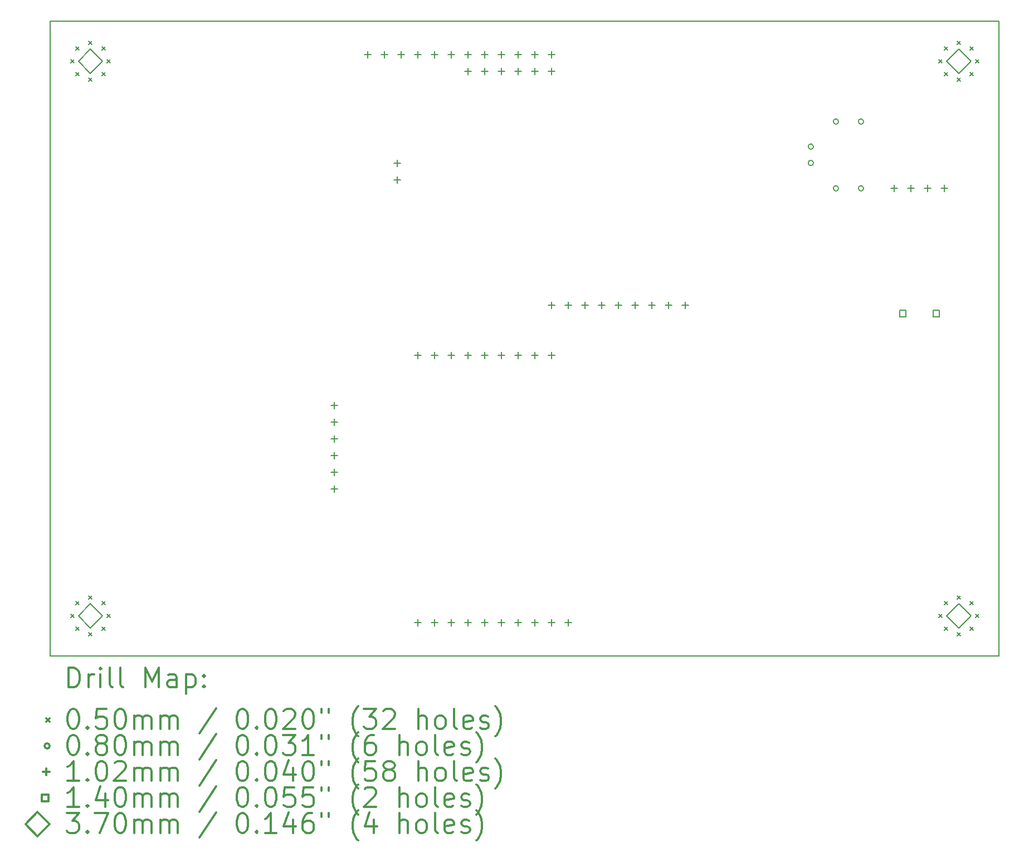
<source format=gbr>
%FSLAX45Y45*%
G04 Gerber Fmt 4.5, Leading zero omitted, Abs format (unit mm)*
G04 Created by KiCad (PCBNEW (5.1.9-0-10_14)) date 2021-05-11 11:11:07*
%MOMM*%
%LPD*%
G01*
G04 APERTURE LIST*
%TA.AperFunction,Profile*%
%ADD10C,0.200000*%
%TD*%
%ADD11C,0.200000*%
%ADD12C,0.300000*%
G04 APERTURE END LIST*
D10*
X20894040Y-4318000D02*
X20894040Y-13970000D01*
X6477000Y-13970000D02*
X6477000Y-4318000D01*
X6477000Y-4318000D02*
X20894040Y-4318000D01*
X20894040Y-13970000D02*
X6477000Y-13970000D01*
D11*
X6784100Y-4902600D02*
X6834100Y-4952600D01*
X6834100Y-4902600D02*
X6784100Y-4952600D01*
X6784100Y-13335400D02*
X6834100Y-13385400D01*
X6834100Y-13335400D02*
X6784100Y-13385400D01*
X6865378Y-4706378D02*
X6915378Y-4756378D01*
X6915378Y-4706378D02*
X6865378Y-4756378D01*
X6865378Y-5098822D02*
X6915378Y-5148822D01*
X6915378Y-5098822D02*
X6865378Y-5148822D01*
X6865378Y-13139178D02*
X6915378Y-13189178D01*
X6915378Y-13139178D02*
X6865378Y-13189178D01*
X6865378Y-13531622D02*
X6915378Y-13581622D01*
X6915378Y-13531622D02*
X6865378Y-13581622D01*
X7061600Y-4625100D02*
X7111600Y-4675100D01*
X7111600Y-4625100D02*
X7061600Y-4675100D01*
X7061600Y-5180100D02*
X7111600Y-5230100D01*
X7111600Y-5180100D02*
X7061600Y-5230100D01*
X7061600Y-13057900D02*
X7111600Y-13107900D01*
X7111600Y-13057900D02*
X7061600Y-13107900D01*
X7061600Y-13612900D02*
X7111600Y-13662900D01*
X7111600Y-13612900D02*
X7061600Y-13662900D01*
X7257822Y-4706378D02*
X7307822Y-4756378D01*
X7307822Y-4706378D02*
X7257822Y-4756378D01*
X7257822Y-5098822D02*
X7307822Y-5148822D01*
X7307822Y-5098822D02*
X7257822Y-5148822D01*
X7257822Y-13139178D02*
X7307822Y-13189178D01*
X7307822Y-13139178D02*
X7257822Y-13189178D01*
X7257822Y-13531622D02*
X7307822Y-13581622D01*
X7307822Y-13531622D02*
X7257822Y-13581622D01*
X7339100Y-4902600D02*
X7389100Y-4952600D01*
X7389100Y-4902600D02*
X7339100Y-4952600D01*
X7339100Y-13335400D02*
X7389100Y-13385400D01*
X7389100Y-13335400D02*
X7339100Y-13385400D01*
X19981940Y-4902600D02*
X20031940Y-4952600D01*
X20031940Y-4902600D02*
X19981940Y-4952600D01*
X19981940Y-13335400D02*
X20031940Y-13385400D01*
X20031940Y-13335400D02*
X19981940Y-13385400D01*
X20063218Y-4706378D02*
X20113218Y-4756378D01*
X20113218Y-4706378D02*
X20063218Y-4756378D01*
X20063218Y-5098822D02*
X20113218Y-5148822D01*
X20113218Y-5098822D02*
X20063218Y-5148822D01*
X20063218Y-13139178D02*
X20113218Y-13189178D01*
X20113218Y-13139178D02*
X20063218Y-13189178D01*
X20063218Y-13531622D02*
X20113218Y-13581622D01*
X20113218Y-13531622D02*
X20063218Y-13581622D01*
X20259440Y-4625100D02*
X20309440Y-4675100D01*
X20309440Y-4625100D02*
X20259440Y-4675100D01*
X20259440Y-5180100D02*
X20309440Y-5230100D01*
X20309440Y-5180100D02*
X20259440Y-5230100D01*
X20259440Y-13057900D02*
X20309440Y-13107900D01*
X20309440Y-13057900D02*
X20259440Y-13107900D01*
X20259440Y-13612900D02*
X20309440Y-13662900D01*
X20309440Y-13612900D02*
X20259440Y-13662900D01*
X20455662Y-4706378D02*
X20505662Y-4756378D01*
X20505662Y-4706378D02*
X20455662Y-4756378D01*
X20455662Y-5098822D02*
X20505662Y-5148822D01*
X20505662Y-5098822D02*
X20455662Y-5148822D01*
X20455662Y-13139178D02*
X20505662Y-13189178D01*
X20505662Y-13139178D02*
X20455662Y-13189178D01*
X20455662Y-13531622D02*
X20505662Y-13581622D01*
X20505662Y-13531622D02*
X20455662Y-13581622D01*
X20536940Y-4902600D02*
X20586940Y-4952600D01*
X20586940Y-4902600D02*
X20536940Y-4952600D01*
X20536940Y-13335400D02*
X20586940Y-13385400D01*
X20586940Y-13335400D02*
X20536940Y-13385400D01*
X18074000Y-6223000D02*
G75*
G03*
X18074000Y-6223000I-40000J0D01*
G01*
X18074000Y-6473000D02*
G75*
G03*
X18074000Y-6473000I-40000J0D01*
G01*
X18455000Y-5842000D02*
G75*
G03*
X18455000Y-5842000I-40000J0D01*
G01*
X18455000Y-6858000D02*
G75*
G03*
X18455000Y-6858000I-40000J0D01*
G01*
X18836000Y-5842000D02*
G75*
G03*
X18836000Y-5842000I-40000J0D01*
G01*
X18836000Y-6858000D02*
G75*
G03*
X18836000Y-6858000I-40000J0D01*
G01*
X10795000Y-10109200D02*
X10795000Y-10210800D01*
X10744200Y-10160000D02*
X10845800Y-10160000D01*
X10795000Y-10363200D02*
X10795000Y-10464800D01*
X10744200Y-10414000D02*
X10845800Y-10414000D01*
X10795000Y-10617200D02*
X10795000Y-10718800D01*
X10744200Y-10668000D02*
X10845800Y-10668000D01*
X10795000Y-10871200D02*
X10795000Y-10972800D01*
X10744200Y-10922000D02*
X10845800Y-10922000D01*
X10795000Y-11125200D02*
X10795000Y-11226800D01*
X10744200Y-11176000D02*
X10845800Y-11176000D01*
X10795000Y-11379200D02*
X10795000Y-11480800D01*
X10744200Y-11430000D02*
X10845800Y-11430000D01*
X11303000Y-4775200D02*
X11303000Y-4876800D01*
X11252200Y-4826000D02*
X11353800Y-4826000D01*
X11557000Y-4775200D02*
X11557000Y-4876800D01*
X11506200Y-4826000D02*
X11607800Y-4826000D01*
X11747500Y-6426200D02*
X11747500Y-6527800D01*
X11696700Y-6477000D02*
X11798300Y-6477000D01*
X11747500Y-6680200D02*
X11747500Y-6781800D01*
X11696700Y-6731000D02*
X11798300Y-6731000D01*
X11811000Y-4775200D02*
X11811000Y-4876800D01*
X11760200Y-4826000D02*
X11861800Y-4826000D01*
X12065000Y-4775200D02*
X12065000Y-4876800D01*
X12014200Y-4826000D02*
X12115800Y-4826000D01*
X12065000Y-9347200D02*
X12065000Y-9448800D01*
X12014200Y-9398000D02*
X12115800Y-9398000D01*
X12065000Y-13411200D02*
X12065000Y-13512800D01*
X12014200Y-13462000D02*
X12115800Y-13462000D01*
X12319000Y-4775200D02*
X12319000Y-4876800D01*
X12268200Y-4826000D02*
X12369800Y-4826000D01*
X12319000Y-9347200D02*
X12319000Y-9448800D01*
X12268200Y-9398000D02*
X12369800Y-9398000D01*
X12319000Y-13411200D02*
X12319000Y-13512800D01*
X12268200Y-13462000D02*
X12369800Y-13462000D01*
X12573000Y-4775200D02*
X12573000Y-4876800D01*
X12522200Y-4826000D02*
X12623800Y-4826000D01*
X12573000Y-9347200D02*
X12573000Y-9448800D01*
X12522200Y-9398000D02*
X12623800Y-9398000D01*
X12573000Y-13411200D02*
X12573000Y-13512800D01*
X12522200Y-13462000D02*
X12623800Y-13462000D01*
X12827000Y-4775200D02*
X12827000Y-4876800D01*
X12776200Y-4826000D02*
X12877800Y-4826000D01*
X12827000Y-5029200D02*
X12827000Y-5130800D01*
X12776200Y-5080000D02*
X12877800Y-5080000D01*
X12827000Y-9347200D02*
X12827000Y-9448800D01*
X12776200Y-9398000D02*
X12877800Y-9398000D01*
X12827000Y-13411200D02*
X12827000Y-13512800D01*
X12776200Y-13462000D02*
X12877800Y-13462000D01*
X13081000Y-4775200D02*
X13081000Y-4876800D01*
X13030200Y-4826000D02*
X13131800Y-4826000D01*
X13081000Y-5029200D02*
X13081000Y-5130800D01*
X13030200Y-5080000D02*
X13131800Y-5080000D01*
X13081000Y-9347200D02*
X13081000Y-9448800D01*
X13030200Y-9398000D02*
X13131800Y-9398000D01*
X13081000Y-13411200D02*
X13081000Y-13512800D01*
X13030200Y-13462000D02*
X13131800Y-13462000D01*
X13335000Y-4775200D02*
X13335000Y-4876800D01*
X13284200Y-4826000D02*
X13385800Y-4826000D01*
X13335000Y-5029200D02*
X13335000Y-5130800D01*
X13284200Y-5080000D02*
X13385800Y-5080000D01*
X13335000Y-9347200D02*
X13335000Y-9448800D01*
X13284200Y-9398000D02*
X13385800Y-9398000D01*
X13335000Y-13411200D02*
X13335000Y-13512800D01*
X13284200Y-13462000D02*
X13385800Y-13462000D01*
X13589000Y-4775200D02*
X13589000Y-4876800D01*
X13538200Y-4826000D02*
X13639800Y-4826000D01*
X13589000Y-5029200D02*
X13589000Y-5130800D01*
X13538200Y-5080000D02*
X13639800Y-5080000D01*
X13589000Y-9347200D02*
X13589000Y-9448800D01*
X13538200Y-9398000D02*
X13639800Y-9398000D01*
X13589000Y-13411200D02*
X13589000Y-13512800D01*
X13538200Y-13462000D02*
X13639800Y-13462000D01*
X13843000Y-4775200D02*
X13843000Y-4876800D01*
X13792200Y-4826000D02*
X13893800Y-4826000D01*
X13843000Y-5029200D02*
X13843000Y-5130800D01*
X13792200Y-5080000D02*
X13893800Y-5080000D01*
X13843000Y-9347200D02*
X13843000Y-9448800D01*
X13792200Y-9398000D02*
X13893800Y-9398000D01*
X13843000Y-13411200D02*
X13843000Y-13512800D01*
X13792200Y-13462000D02*
X13893800Y-13462000D01*
X14097000Y-4775200D02*
X14097000Y-4876800D01*
X14046200Y-4826000D02*
X14147800Y-4826000D01*
X14097000Y-5029200D02*
X14097000Y-5130800D01*
X14046200Y-5080000D02*
X14147800Y-5080000D01*
X14097000Y-8585200D02*
X14097000Y-8686800D01*
X14046200Y-8636000D02*
X14147800Y-8636000D01*
X14097000Y-9347200D02*
X14097000Y-9448800D01*
X14046200Y-9398000D02*
X14147800Y-9398000D01*
X14097000Y-13411200D02*
X14097000Y-13512800D01*
X14046200Y-13462000D02*
X14147800Y-13462000D01*
X14351000Y-8585200D02*
X14351000Y-8686800D01*
X14300200Y-8636000D02*
X14401800Y-8636000D01*
X14351000Y-13411200D02*
X14351000Y-13512800D01*
X14300200Y-13462000D02*
X14401800Y-13462000D01*
X14605000Y-8585200D02*
X14605000Y-8686800D01*
X14554200Y-8636000D02*
X14655800Y-8636000D01*
X14859000Y-8585200D02*
X14859000Y-8686800D01*
X14808200Y-8636000D02*
X14909800Y-8636000D01*
X15113000Y-8585200D02*
X15113000Y-8686800D01*
X15062200Y-8636000D02*
X15163800Y-8636000D01*
X15367000Y-8585200D02*
X15367000Y-8686800D01*
X15316200Y-8636000D02*
X15417800Y-8636000D01*
X15621000Y-8585200D02*
X15621000Y-8686800D01*
X15570200Y-8636000D02*
X15671800Y-8636000D01*
X15875000Y-8585200D02*
X15875000Y-8686800D01*
X15824200Y-8636000D02*
X15925800Y-8636000D01*
X16129000Y-8585200D02*
X16129000Y-8686800D01*
X16078200Y-8636000D02*
X16179800Y-8636000D01*
X19304000Y-6807200D02*
X19304000Y-6908800D01*
X19253200Y-6858000D02*
X19354800Y-6858000D01*
X19558000Y-6807200D02*
X19558000Y-6908800D01*
X19507200Y-6858000D02*
X19608800Y-6858000D01*
X19812000Y-6807200D02*
X19812000Y-6908800D01*
X19761200Y-6858000D02*
X19862800Y-6858000D01*
X20066000Y-6807200D02*
X20066000Y-6908800D01*
X20015200Y-6858000D02*
X20116800Y-6858000D01*
X19480498Y-8812498D02*
X19480498Y-8713502D01*
X19381502Y-8713502D01*
X19381502Y-8812498D01*
X19480498Y-8812498D01*
X19988498Y-8812498D02*
X19988498Y-8713502D01*
X19889502Y-8713502D01*
X19889502Y-8812498D01*
X19988498Y-8812498D01*
X7086600Y-5112600D02*
X7271600Y-4927600D01*
X7086600Y-4742600D01*
X6901600Y-4927600D01*
X7086600Y-5112600D01*
X7086600Y-13545400D02*
X7271600Y-13360400D01*
X7086600Y-13175400D01*
X6901600Y-13360400D01*
X7086600Y-13545400D01*
X20284440Y-5112600D02*
X20469440Y-4927600D01*
X20284440Y-4742600D01*
X20099440Y-4927600D01*
X20284440Y-5112600D01*
X20284440Y-13545400D02*
X20469440Y-13360400D01*
X20284440Y-13175400D01*
X20099440Y-13360400D01*
X20284440Y-13545400D01*
D12*
X6753428Y-14445714D02*
X6753428Y-14145714D01*
X6824857Y-14145714D01*
X6867714Y-14160000D01*
X6896286Y-14188571D01*
X6910571Y-14217143D01*
X6924857Y-14274286D01*
X6924857Y-14317143D01*
X6910571Y-14374286D01*
X6896286Y-14402857D01*
X6867714Y-14431429D01*
X6824857Y-14445714D01*
X6753428Y-14445714D01*
X7053428Y-14445714D02*
X7053428Y-14245714D01*
X7053428Y-14302857D02*
X7067714Y-14274286D01*
X7082000Y-14260000D01*
X7110571Y-14245714D01*
X7139143Y-14245714D01*
X7239143Y-14445714D02*
X7239143Y-14245714D01*
X7239143Y-14145714D02*
X7224857Y-14160000D01*
X7239143Y-14174286D01*
X7253428Y-14160000D01*
X7239143Y-14145714D01*
X7239143Y-14174286D01*
X7424857Y-14445714D02*
X7396286Y-14431429D01*
X7382000Y-14402857D01*
X7382000Y-14145714D01*
X7582000Y-14445714D02*
X7553428Y-14431429D01*
X7539143Y-14402857D01*
X7539143Y-14145714D01*
X7924857Y-14445714D02*
X7924857Y-14145714D01*
X8024857Y-14360000D01*
X8124857Y-14145714D01*
X8124857Y-14445714D01*
X8396286Y-14445714D02*
X8396286Y-14288571D01*
X8382000Y-14260000D01*
X8353428Y-14245714D01*
X8296286Y-14245714D01*
X8267714Y-14260000D01*
X8396286Y-14431429D02*
X8367714Y-14445714D01*
X8296286Y-14445714D01*
X8267714Y-14431429D01*
X8253428Y-14402857D01*
X8253428Y-14374286D01*
X8267714Y-14345714D01*
X8296286Y-14331429D01*
X8367714Y-14331429D01*
X8396286Y-14317143D01*
X8539143Y-14245714D02*
X8539143Y-14545714D01*
X8539143Y-14260000D02*
X8567714Y-14245714D01*
X8624857Y-14245714D01*
X8653428Y-14260000D01*
X8667714Y-14274286D01*
X8682000Y-14302857D01*
X8682000Y-14388571D01*
X8667714Y-14417143D01*
X8653428Y-14431429D01*
X8624857Y-14445714D01*
X8567714Y-14445714D01*
X8539143Y-14431429D01*
X8810571Y-14417143D02*
X8824857Y-14431429D01*
X8810571Y-14445714D01*
X8796286Y-14431429D01*
X8810571Y-14417143D01*
X8810571Y-14445714D01*
X8810571Y-14260000D02*
X8824857Y-14274286D01*
X8810571Y-14288571D01*
X8796286Y-14274286D01*
X8810571Y-14260000D01*
X8810571Y-14288571D01*
X6417000Y-14915000D02*
X6467000Y-14965000D01*
X6467000Y-14915000D02*
X6417000Y-14965000D01*
X6810571Y-14775714D02*
X6839143Y-14775714D01*
X6867714Y-14790000D01*
X6882000Y-14804286D01*
X6896286Y-14832857D01*
X6910571Y-14890000D01*
X6910571Y-14961429D01*
X6896286Y-15018571D01*
X6882000Y-15047143D01*
X6867714Y-15061429D01*
X6839143Y-15075714D01*
X6810571Y-15075714D01*
X6782000Y-15061429D01*
X6767714Y-15047143D01*
X6753428Y-15018571D01*
X6739143Y-14961429D01*
X6739143Y-14890000D01*
X6753428Y-14832857D01*
X6767714Y-14804286D01*
X6782000Y-14790000D01*
X6810571Y-14775714D01*
X7039143Y-15047143D02*
X7053428Y-15061429D01*
X7039143Y-15075714D01*
X7024857Y-15061429D01*
X7039143Y-15047143D01*
X7039143Y-15075714D01*
X7324857Y-14775714D02*
X7182000Y-14775714D01*
X7167714Y-14918571D01*
X7182000Y-14904286D01*
X7210571Y-14890000D01*
X7282000Y-14890000D01*
X7310571Y-14904286D01*
X7324857Y-14918571D01*
X7339143Y-14947143D01*
X7339143Y-15018571D01*
X7324857Y-15047143D01*
X7310571Y-15061429D01*
X7282000Y-15075714D01*
X7210571Y-15075714D01*
X7182000Y-15061429D01*
X7167714Y-15047143D01*
X7524857Y-14775714D02*
X7553428Y-14775714D01*
X7582000Y-14790000D01*
X7596286Y-14804286D01*
X7610571Y-14832857D01*
X7624857Y-14890000D01*
X7624857Y-14961429D01*
X7610571Y-15018571D01*
X7596286Y-15047143D01*
X7582000Y-15061429D01*
X7553428Y-15075714D01*
X7524857Y-15075714D01*
X7496286Y-15061429D01*
X7482000Y-15047143D01*
X7467714Y-15018571D01*
X7453428Y-14961429D01*
X7453428Y-14890000D01*
X7467714Y-14832857D01*
X7482000Y-14804286D01*
X7496286Y-14790000D01*
X7524857Y-14775714D01*
X7753428Y-15075714D02*
X7753428Y-14875714D01*
X7753428Y-14904286D02*
X7767714Y-14890000D01*
X7796286Y-14875714D01*
X7839143Y-14875714D01*
X7867714Y-14890000D01*
X7882000Y-14918571D01*
X7882000Y-15075714D01*
X7882000Y-14918571D02*
X7896286Y-14890000D01*
X7924857Y-14875714D01*
X7967714Y-14875714D01*
X7996286Y-14890000D01*
X8010571Y-14918571D01*
X8010571Y-15075714D01*
X8153428Y-15075714D02*
X8153428Y-14875714D01*
X8153428Y-14904286D02*
X8167714Y-14890000D01*
X8196286Y-14875714D01*
X8239143Y-14875714D01*
X8267714Y-14890000D01*
X8282000Y-14918571D01*
X8282000Y-15075714D01*
X8282000Y-14918571D02*
X8296286Y-14890000D01*
X8324857Y-14875714D01*
X8367714Y-14875714D01*
X8396286Y-14890000D01*
X8410571Y-14918571D01*
X8410571Y-15075714D01*
X8996286Y-14761429D02*
X8739143Y-15147143D01*
X9382000Y-14775714D02*
X9410571Y-14775714D01*
X9439143Y-14790000D01*
X9453428Y-14804286D01*
X9467714Y-14832857D01*
X9482000Y-14890000D01*
X9482000Y-14961429D01*
X9467714Y-15018571D01*
X9453428Y-15047143D01*
X9439143Y-15061429D01*
X9410571Y-15075714D01*
X9382000Y-15075714D01*
X9353428Y-15061429D01*
X9339143Y-15047143D01*
X9324857Y-15018571D01*
X9310571Y-14961429D01*
X9310571Y-14890000D01*
X9324857Y-14832857D01*
X9339143Y-14804286D01*
X9353428Y-14790000D01*
X9382000Y-14775714D01*
X9610571Y-15047143D02*
X9624857Y-15061429D01*
X9610571Y-15075714D01*
X9596286Y-15061429D01*
X9610571Y-15047143D01*
X9610571Y-15075714D01*
X9810571Y-14775714D02*
X9839143Y-14775714D01*
X9867714Y-14790000D01*
X9882000Y-14804286D01*
X9896286Y-14832857D01*
X9910571Y-14890000D01*
X9910571Y-14961429D01*
X9896286Y-15018571D01*
X9882000Y-15047143D01*
X9867714Y-15061429D01*
X9839143Y-15075714D01*
X9810571Y-15075714D01*
X9782000Y-15061429D01*
X9767714Y-15047143D01*
X9753428Y-15018571D01*
X9739143Y-14961429D01*
X9739143Y-14890000D01*
X9753428Y-14832857D01*
X9767714Y-14804286D01*
X9782000Y-14790000D01*
X9810571Y-14775714D01*
X10024857Y-14804286D02*
X10039143Y-14790000D01*
X10067714Y-14775714D01*
X10139143Y-14775714D01*
X10167714Y-14790000D01*
X10182000Y-14804286D01*
X10196286Y-14832857D01*
X10196286Y-14861429D01*
X10182000Y-14904286D01*
X10010571Y-15075714D01*
X10196286Y-15075714D01*
X10382000Y-14775714D02*
X10410571Y-14775714D01*
X10439143Y-14790000D01*
X10453428Y-14804286D01*
X10467714Y-14832857D01*
X10482000Y-14890000D01*
X10482000Y-14961429D01*
X10467714Y-15018571D01*
X10453428Y-15047143D01*
X10439143Y-15061429D01*
X10410571Y-15075714D01*
X10382000Y-15075714D01*
X10353428Y-15061429D01*
X10339143Y-15047143D01*
X10324857Y-15018571D01*
X10310571Y-14961429D01*
X10310571Y-14890000D01*
X10324857Y-14832857D01*
X10339143Y-14804286D01*
X10353428Y-14790000D01*
X10382000Y-14775714D01*
X10596286Y-14775714D02*
X10596286Y-14832857D01*
X10710571Y-14775714D02*
X10710571Y-14832857D01*
X11153428Y-15190000D02*
X11139143Y-15175714D01*
X11110571Y-15132857D01*
X11096286Y-15104286D01*
X11082000Y-15061429D01*
X11067714Y-14990000D01*
X11067714Y-14932857D01*
X11082000Y-14861429D01*
X11096286Y-14818571D01*
X11110571Y-14790000D01*
X11139143Y-14747143D01*
X11153428Y-14732857D01*
X11239143Y-14775714D02*
X11424857Y-14775714D01*
X11324857Y-14890000D01*
X11367714Y-14890000D01*
X11396286Y-14904286D01*
X11410571Y-14918571D01*
X11424857Y-14947143D01*
X11424857Y-15018571D01*
X11410571Y-15047143D01*
X11396286Y-15061429D01*
X11367714Y-15075714D01*
X11282000Y-15075714D01*
X11253428Y-15061429D01*
X11239143Y-15047143D01*
X11539143Y-14804286D02*
X11553428Y-14790000D01*
X11582000Y-14775714D01*
X11653428Y-14775714D01*
X11682000Y-14790000D01*
X11696286Y-14804286D01*
X11710571Y-14832857D01*
X11710571Y-14861429D01*
X11696286Y-14904286D01*
X11524857Y-15075714D01*
X11710571Y-15075714D01*
X12067714Y-15075714D02*
X12067714Y-14775714D01*
X12196286Y-15075714D02*
X12196286Y-14918571D01*
X12182000Y-14890000D01*
X12153428Y-14875714D01*
X12110571Y-14875714D01*
X12082000Y-14890000D01*
X12067714Y-14904286D01*
X12382000Y-15075714D02*
X12353428Y-15061429D01*
X12339143Y-15047143D01*
X12324857Y-15018571D01*
X12324857Y-14932857D01*
X12339143Y-14904286D01*
X12353428Y-14890000D01*
X12382000Y-14875714D01*
X12424857Y-14875714D01*
X12453428Y-14890000D01*
X12467714Y-14904286D01*
X12482000Y-14932857D01*
X12482000Y-15018571D01*
X12467714Y-15047143D01*
X12453428Y-15061429D01*
X12424857Y-15075714D01*
X12382000Y-15075714D01*
X12653428Y-15075714D02*
X12624857Y-15061429D01*
X12610571Y-15032857D01*
X12610571Y-14775714D01*
X12882000Y-15061429D02*
X12853428Y-15075714D01*
X12796286Y-15075714D01*
X12767714Y-15061429D01*
X12753428Y-15032857D01*
X12753428Y-14918571D01*
X12767714Y-14890000D01*
X12796286Y-14875714D01*
X12853428Y-14875714D01*
X12882000Y-14890000D01*
X12896286Y-14918571D01*
X12896286Y-14947143D01*
X12753428Y-14975714D01*
X13010571Y-15061429D02*
X13039143Y-15075714D01*
X13096286Y-15075714D01*
X13124857Y-15061429D01*
X13139143Y-15032857D01*
X13139143Y-15018571D01*
X13124857Y-14990000D01*
X13096286Y-14975714D01*
X13053428Y-14975714D01*
X13024857Y-14961429D01*
X13010571Y-14932857D01*
X13010571Y-14918571D01*
X13024857Y-14890000D01*
X13053428Y-14875714D01*
X13096286Y-14875714D01*
X13124857Y-14890000D01*
X13239143Y-15190000D02*
X13253428Y-15175714D01*
X13282000Y-15132857D01*
X13296286Y-15104286D01*
X13310571Y-15061429D01*
X13324857Y-14990000D01*
X13324857Y-14932857D01*
X13310571Y-14861429D01*
X13296286Y-14818571D01*
X13282000Y-14790000D01*
X13253428Y-14747143D01*
X13239143Y-14732857D01*
X6467000Y-15336000D02*
G75*
G03*
X6467000Y-15336000I-40000J0D01*
G01*
X6810571Y-15171714D02*
X6839143Y-15171714D01*
X6867714Y-15186000D01*
X6882000Y-15200286D01*
X6896286Y-15228857D01*
X6910571Y-15286000D01*
X6910571Y-15357429D01*
X6896286Y-15414571D01*
X6882000Y-15443143D01*
X6867714Y-15457429D01*
X6839143Y-15471714D01*
X6810571Y-15471714D01*
X6782000Y-15457429D01*
X6767714Y-15443143D01*
X6753428Y-15414571D01*
X6739143Y-15357429D01*
X6739143Y-15286000D01*
X6753428Y-15228857D01*
X6767714Y-15200286D01*
X6782000Y-15186000D01*
X6810571Y-15171714D01*
X7039143Y-15443143D02*
X7053428Y-15457429D01*
X7039143Y-15471714D01*
X7024857Y-15457429D01*
X7039143Y-15443143D01*
X7039143Y-15471714D01*
X7224857Y-15300286D02*
X7196286Y-15286000D01*
X7182000Y-15271714D01*
X7167714Y-15243143D01*
X7167714Y-15228857D01*
X7182000Y-15200286D01*
X7196286Y-15186000D01*
X7224857Y-15171714D01*
X7282000Y-15171714D01*
X7310571Y-15186000D01*
X7324857Y-15200286D01*
X7339143Y-15228857D01*
X7339143Y-15243143D01*
X7324857Y-15271714D01*
X7310571Y-15286000D01*
X7282000Y-15300286D01*
X7224857Y-15300286D01*
X7196286Y-15314571D01*
X7182000Y-15328857D01*
X7167714Y-15357429D01*
X7167714Y-15414571D01*
X7182000Y-15443143D01*
X7196286Y-15457429D01*
X7224857Y-15471714D01*
X7282000Y-15471714D01*
X7310571Y-15457429D01*
X7324857Y-15443143D01*
X7339143Y-15414571D01*
X7339143Y-15357429D01*
X7324857Y-15328857D01*
X7310571Y-15314571D01*
X7282000Y-15300286D01*
X7524857Y-15171714D02*
X7553428Y-15171714D01*
X7582000Y-15186000D01*
X7596286Y-15200286D01*
X7610571Y-15228857D01*
X7624857Y-15286000D01*
X7624857Y-15357429D01*
X7610571Y-15414571D01*
X7596286Y-15443143D01*
X7582000Y-15457429D01*
X7553428Y-15471714D01*
X7524857Y-15471714D01*
X7496286Y-15457429D01*
X7482000Y-15443143D01*
X7467714Y-15414571D01*
X7453428Y-15357429D01*
X7453428Y-15286000D01*
X7467714Y-15228857D01*
X7482000Y-15200286D01*
X7496286Y-15186000D01*
X7524857Y-15171714D01*
X7753428Y-15471714D02*
X7753428Y-15271714D01*
X7753428Y-15300286D02*
X7767714Y-15286000D01*
X7796286Y-15271714D01*
X7839143Y-15271714D01*
X7867714Y-15286000D01*
X7882000Y-15314571D01*
X7882000Y-15471714D01*
X7882000Y-15314571D02*
X7896286Y-15286000D01*
X7924857Y-15271714D01*
X7967714Y-15271714D01*
X7996286Y-15286000D01*
X8010571Y-15314571D01*
X8010571Y-15471714D01*
X8153428Y-15471714D02*
X8153428Y-15271714D01*
X8153428Y-15300286D02*
X8167714Y-15286000D01*
X8196286Y-15271714D01*
X8239143Y-15271714D01*
X8267714Y-15286000D01*
X8282000Y-15314571D01*
X8282000Y-15471714D01*
X8282000Y-15314571D02*
X8296286Y-15286000D01*
X8324857Y-15271714D01*
X8367714Y-15271714D01*
X8396286Y-15286000D01*
X8410571Y-15314571D01*
X8410571Y-15471714D01*
X8996286Y-15157429D02*
X8739143Y-15543143D01*
X9382000Y-15171714D02*
X9410571Y-15171714D01*
X9439143Y-15186000D01*
X9453428Y-15200286D01*
X9467714Y-15228857D01*
X9482000Y-15286000D01*
X9482000Y-15357429D01*
X9467714Y-15414571D01*
X9453428Y-15443143D01*
X9439143Y-15457429D01*
X9410571Y-15471714D01*
X9382000Y-15471714D01*
X9353428Y-15457429D01*
X9339143Y-15443143D01*
X9324857Y-15414571D01*
X9310571Y-15357429D01*
X9310571Y-15286000D01*
X9324857Y-15228857D01*
X9339143Y-15200286D01*
X9353428Y-15186000D01*
X9382000Y-15171714D01*
X9610571Y-15443143D02*
X9624857Y-15457429D01*
X9610571Y-15471714D01*
X9596286Y-15457429D01*
X9610571Y-15443143D01*
X9610571Y-15471714D01*
X9810571Y-15171714D02*
X9839143Y-15171714D01*
X9867714Y-15186000D01*
X9882000Y-15200286D01*
X9896286Y-15228857D01*
X9910571Y-15286000D01*
X9910571Y-15357429D01*
X9896286Y-15414571D01*
X9882000Y-15443143D01*
X9867714Y-15457429D01*
X9839143Y-15471714D01*
X9810571Y-15471714D01*
X9782000Y-15457429D01*
X9767714Y-15443143D01*
X9753428Y-15414571D01*
X9739143Y-15357429D01*
X9739143Y-15286000D01*
X9753428Y-15228857D01*
X9767714Y-15200286D01*
X9782000Y-15186000D01*
X9810571Y-15171714D01*
X10010571Y-15171714D02*
X10196286Y-15171714D01*
X10096286Y-15286000D01*
X10139143Y-15286000D01*
X10167714Y-15300286D01*
X10182000Y-15314571D01*
X10196286Y-15343143D01*
X10196286Y-15414571D01*
X10182000Y-15443143D01*
X10167714Y-15457429D01*
X10139143Y-15471714D01*
X10053428Y-15471714D01*
X10024857Y-15457429D01*
X10010571Y-15443143D01*
X10482000Y-15471714D02*
X10310571Y-15471714D01*
X10396286Y-15471714D02*
X10396286Y-15171714D01*
X10367714Y-15214571D01*
X10339143Y-15243143D01*
X10310571Y-15257429D01*
X10596286Y-15171714D02*
X10596286Y-15228857D01*
X10710571Y-15171714D02*
X10710571Y-15228857D01*
X11153428Y-15586000D02*
X11139143Y-15571714D01*
X11110571Y-15528857D01*
X11096286Y-15500286D01*
X11082000Y-15457429D01*
X11067714Y-15386000D01*
X11067714Y-15328857D01*
X11082000Y-15257429D01*
X11096286Y-15214571D01*
X11110571Y-15186000D01*
X11139143Y-15143143D01*
X11153428Y-15128857D01*
X11396286Y-15171714D02*
X11339143Y-15171714D01*
X11310571Y-15186000D01*
X11296286Y-15200286D01*
X11267714Y-15243143D01*
X11253428Y-15300286D01*
X11253428Y-15414571D01*
X11267714Y-15443143D01*
X11282000Y-15457429D01*
X11310571Y-15471714D01*
X11367714Y-15471714D01*
X11396286Y-15457429D01*
X11410571Y-15443143D01*
X11424857Y-15414571D01*
X11424857Y-15343143D01*
X11410571Y-15314571D01*
X11396286Y-15300286D01*
X11367714Y-15286000D01*
X11310571Y-15286000D01*
X11282000Y-15300286D01*
X11267714Y-15314571D01*
X11253428Y-15343143D01*
X11782000Y-15471714D02*
X11782000Y-15171714D01*
X11910571Y-15471714D02*
X11910571Y-15314571D01*
X11896286Y-15286000D01*
X11867714Y-15271714D01*
X11824857Y-15271714D01*
X11796286Y-15286000D01*
X11782000Y-15300286D01*
X12096286Y-15471714D02*
X12067714Y-15457429D01*
X12053428Y-15443143D01*
X12039143Y-15414571D01*
X12039143Y-15328857D01*
X12053428Y-15300286D01*
X12067714Y-15286000D01*
X12096286Y-15271714D01*
X12139143Y-15271714D01*
X12167714Y-15286000D01*
X12182000Y-15300286D01*
X12196286Y-15328857D01*
X12196286Y-15414571D01*
X12182000Y-15443143D01*
X12167714Y-15457429D01*
X12139143Y-15471714D01*
X12096286Y-15471714D01*
X12367714Y-15471714D02*
X12339143Y-15457429D01*
X12324857Y-15428857D01*
X12324857Y-15171714D01*
X12596286Y-15457429D02*
X12567714Y-15471714D01*
X12510571Y-15471714D01*
X12482000Y-15457429D01*
X12467714Y-15428857D01*
X12467714Y-15314571D01*
X12482000Y-15286000D01*
X12510571Y-15271714D01*
X12567714Y-15271714D01*
X12596286Y-15286000D01*
X12610571Y-15314571D01*
X12610571Y-15343143D01*
X12467714Y-15371714D01*
X12724857Y-15457429D02*
X12753428Y-15471714D01*
X12810571Y-15471714D01*
X12839143Y-15457429D01*
X12853428Y-15428857D01*
X12853428Y-15414571D01*
X12839143Y-15386000D01*
X12810571Y-15371714D01*
X12767714Y-15371714D01*
X12739143Y-15357429D01*
X12724857Y-15328857D01*
X12724857Y-15314571D01*
X12739143Y-15286000D01*
X12767714Y-15271714D01*
X12810571Y-15271714D01*
X12839143Y-15286000D01*
X12953428Y-15586000D02*
X12967714Y-15571714D01*
X12996286Y-15528857D01*
X13010571Y-15500286D01*
X13024857Y-15457429D01*
X13039143Y-15386000D01*
X13039143Y-15328857D01*
X13024857Y-15257429D01*
X13010571Y-15214571D01*
X12996286Y-15186000D01*
X12967714Y-15143143D01*
X12953428Y-15128857D01*
X6416200Y-15681200D02*
X6416200Y-15782800D01*
X6365400Y-15732000D02*
X6467000Y-15732000D01*
X6910571Y-15867714D02*
X6739143Y-15867714D01*
X6824857Y-15867714D02*
X6824857Y-15567714D01*
X6796286Y-15610571D01*
X6767714Y-15639143D01*
X6739143Y-15653429D01*
X7039143Y-15839143D02*
X7053428Y-15853429D01*
X7039143Y-15867714D01*
X7024857Y-15853429D01*
X7039143Y-15839143D01*
X7039143Y-15867714D01*
X7239143Y-15567714D02*
X7267714Y-15567714D01*
X7296286Y-15582000D01*
X7310571Y-15596286D01*
X7324857Y-15624857D01*
X7339143Y-15682000D01*
X7339143Y-15753429D01*
X7324857Y-15810571D01*
X7310571Y-15839143D01*
X7296286Y-15853429D01*
X7267714Y-15867714D01*
X7239143Y-15867714D01*
X7210571Y-15853429D01*
X7196286Y-15839143D01*
X7182000Y-15810571D01*
X7167714Y-15753429D01*
X7167714Y-15682000D01*
X7182000Y-15624857D01*
X7196286Y-15596286D01*
X7210571Y-15582000D01*
X7239143Y-15567714D01*
X7453428Y-15596286D02*
X7467714Y-15582000D01*
X7496286Y-15567714D01*
X7567714Y-15567714D01*
X7596286Y-15582000D01*
X7610571Y-15596286D01*
X7624857Y-15624857D01*
X7624857Y-15653429D01*
X7610571Y-15696286D01*
X7439143Y-15867714D01*
X7624857Y-15867714D01*
X7753428Y-15867714D02*
X7753428Y-15667714D01*
X7753428Y-15696286D02*
X7767714Y-15682000D01*
X7796286Y-15667714D01*
X7839143Y-15667714D01*
X7867714Y-15682000D01*
X7882000Y-15710571D01*
X7882000Y-15867714D01*
X7882000Y-15710571D02*
X7896286Y-15682000D01*
X7924857Y-15667714D01*
X7967714Y-15667714D01*
X7996286Y-15682000D01*
X8010571Y-15710571D01*
X8010571Y-15867714D01*
X8153428Y-15867714D02*
X8153428Y-15667714D01*
X8153428Y-15696286D02*
X8167714Y-15682000D01*
X8196286Y-15667714D01*
X8239143Y-15667714D01*
X8267714Y-15682000D01*
X8282000Y-15710571D01*
X8282000Y-15867714D01*
X8282000Y-15710571D02*
X8296286Y-15682000D01*
X8324857Y-15667714D01*
X8367714Y-15667714D01*
X8396286Y-15682000D01*
X8410571Y-15710571D01*
X8410571Y-15867714D01*
X8996286Y-15553429D02*
X8739143Y-15939143D01*
X9382000Y-15567714D02*
X9410571Y-15567714D01*
X9439143Y-15582000D01*
X9453428Y-15596286D01*
X9467714Y-15624857D01*
X9482000Y-15682000D01*
X9482000Y-15753429D01*
X9467714Y-15810571D01*
X9453428Y-15839143D01*
X9439143Y-15853429D01*
X9410571Y-15867714D01*
X9382000Y-15867714D01*
X9353428Y-15853429D01*
X9339143Y-15839143D01*
X9324857Y-15810571D01*
X9310571Y-15753429D01*
X9310571Y-15682000D01*
X9324857Y-15624857D01*
X9339143Y-15596286D01*
X9353428Y-15582000D01*
X9382000Y-15567714D01*
X9610571Y-15839143D02*
X9624857Y-15853429D01*
X9610571Y-15867714D01*
X9596286Y-15853429D01*
X9610571Y-15839143D01*
X9610571Y-15867714D01*
X9810571Y-15567714D02*
X9839143Y-15567714D01*
X9867714Y-15582000D01*
X9882000Y-15596286D01*
X9896286Y-15624857D01*
X9910571Y-15682000D01*
X9910571Y-15753429D01*
X9896286Y-15810571D01*
X9882000Y-15839143D01*
X9867714Y-15853429D01*
X9839143Y-15867714D01*
X9810571Y-15867714D01*
X9782000Y-15853429D01*
X9767714Y-15839143D01*
X9753428Y-15810571D01*
X9739143Y-15753429D01*
X9739143Y-15682000D01*
X9753428Y-15624857D01*
X9767714Y-15596286D01*
X9782000Y-15582000D01*
X9810571Y-15567714D01*
X10167714Y-15667714D02*
X10167714Y-15867714D01*
X10096286Y-15553429D02*
X10024857Y-15767714D01*
X10210571Y-15767714D01*
X10382000Y-15567714D02*
X10410571Y-15567714D01*
X10439143Y-15582000D01*
X10453428Y-15596286D01*
X10467714Y-15624857D01*
X10482000Y-15682000D01*
X10482000Y-15753429D01*
X10467714Y-15810571D01*
X10453428Y-15839143D01*
X10439143Y-15853429D01*
X10410571Y-15867714D01*
X10382000Y-15867714D01*
X10353428Y-15853429D01*
X10339143Y-15839143D01*
X10324857Y-15810571D01*
X10310571Y-15753429D01*
X10310571Y-15682000D01*
X10324857Y-15624857D01*
X10339143Y-15596286D01*
X10353428Y-15582000D01*
X10382000Y-15567714D01*
X10596286Y-15567714D02*
X10596286Y-15624857D01*
X10710571Y-15567714D02*
X10710571Y-15624857D01*
X11153428Y-15982000D02*
X11139143Y-15967714D01*
X11110571Y-15924857D01*
X11096286Y-15896286D01*
X11082000Y-15853429D01*
X11067714Y-15782000D01*
X11067714Y-15724857D01*
X11082000Y-15653429D01*
X11096286Y-15610571D01*
X11110571Y-15582000D01*
X11139143Y-15539143D01*
X11153428Y-15524857D01*
X11410571Y-15567714D02*
X11267714Y-15567714D01*
X11253428Y-15710571D01*
X11267714Y-15696286D01*
X11296286Y-15682000D01*
X11367714Y-15682000D01*
X11396286Y-15696286D01*
X11410571Y-15710571D01*
X11424857Y-15739143D01*
X11424857Y-15810571D01*
X11410571Y-15839143D01*
X11396286Y-15853429D01*
X11367714Y-15867714D01*
X11296286Y-15867714D01*
X11267714Y-15853429D01*
X11253428Y-15839143D01*
X11596286Y-15696286D02*
X11567714Y-15682000D01*
X11553428Y-15667714D01*
X11539143Y-15639143D01*
X11539143Y-15624857D01*
X11553428Y-15596286D01*
X11567714Y-15582000D01*
X11596286Y-15567714D01*
X11653428Y-15567714D01*
X11682000Y-15582000D01*
X11696286Y-15596286D01*
X11710571Y-15624857D01*
X11710571Y-15639143D01*
X11696286Y-15667714D01*
X11682000Y-15682000D01*
X11653428Y-15696286D01*
X11596286Y-15696286D01*
X11567714Y-15710571D01*
X11553428Y-15724857D01*
X11539143Y-15753429D01*
X11539143Y-15810571D01*
X11553428Y-15839143D01*
X11567714Y-15853429D01*
X11596286Y-15867714D01*
X11653428Y-15867714D01*
X11682000Y-15853429D01*
X11696286Y-15839143D01*
X11710571Y-15810571D01*
X11710571Y-15753429D01*
X11696286Y-15724857D01*
X11682000Y-15710571D01*
X11653428Y-15696286D01*
X12067714Y-15867714D02*
X12067714Y-15567714D01*
X12196286Y-15867714D02*
X12196286Y-15710571D01*
X12182000Y-15682000D01*
X12153428Y-15667714D01*
X12110571Y-15667714D01*
X12082000Y-15682000D01*
X12067714Y-15696286D01*
X12382000Y-15867714D02*
X12353428Y-15853429D01*
X12339143Y-15839143D01*
X12324857Y-15810571D01*
X12324857Y-15724857D01*
X12339143Y-15696286D01*
X12353428Y-15682000D01*
X12382000Y-15667714D01*
X12424857Y-15667714D01*
X12453428Y-15682000D01*
X12467714Y-15696286D01*
X12482000Y-15724857D01*
X12482000Y-15810571D01*
X12467714Y-15839143D01*
X12453428Y-15853429D01*
X12424857Y-15867714D01*
X12382000Y-15867714D01*
X12653428Y-15867714D02*
X12624857Y-15853429D01*
X12610571Y-15824857D01*
X12610571Y-15567714D01*
X12882000Y-15853429D02*
X12853428Y-15867714D01*
X12796286Y-15867714D01*
X12767714Y-15853429D01*
X12753428Y-15824857D01*
X12753428Y-15710571D01*
X12767714Y-15682000D01*
X12796286Y-15667714D01*
X12853428Y-15667714D01*
X12882000Y-15682000D01*
X12896286Y-15710571D01*
X12896286Y-15739143D01*
X12753428Y-15767714D01*
X13010571Y-15853429D02*
X13039143Y-15867714D01*
X13096286Y-15867714D01*
X13124857Y-15853429D01*
X13139143Y-15824857D01*
X13139143Y-15810571D01*
X13124857Y-15782000D01*
X13096286Y-15767714D01*
X13053428Y-15767714D01*
X13024857Y-15753429D01*
X13010571Y-15724857D01*
X13010571Y-15710571D01*
X13024857Y-15682000D01*
X13053428Y-15667714D01*
X13096286Y-15667714D01*
X13124857Y-15682000D01*
X13239143Y-15982000D02*
X13253428Y-15967714D01*
X13282000Y-15924857D01*
X13296286Y-15896286D01*
X13310571Y-15853429D01*
X13324857Y-15782000D01*
X13324857Y-15724857D01*
X13310571Y-15653429D01*
X13296286Y-15610571D01*
X13282000Y-15582000D01*
X13253428Y-15539143D01*
X13239143Y-15524857D01*
X6446498Y-16177498D02*
X6446498Y-16078502D01*
X6347502Y-16078502D01*
X6347502Y-16177498D01*
X6446498Y-16177498D01*
X6910571Y-16263714D02*
X6739143Y-16263714D01*
X6824857Y-16263714D02*
X6824857Y-15963714D01*
X6796286Y-16006571D01*
X6767714Y-16035143D01*
X6739143Y-16049429D01*
X7039143Y-16235143D02*
X7053428Y-16249429D01*
X7039143Y-16263714D01*
X7024857Y-16249429D01*
X7039143Y-16235143D01*
X7039143Y-16263714D01*
X7310571Y-16063714D02*
X7310571Y-16263714D01*
X7239143Y-15949429D02*
X7167714Y-16163714D01*
X7353428Y-16163714D01*
X7524857Y-15963714D02*
X7553428Y-15963714D01*
X7582000Y-15978000D01*
X7596286Y-15992286D01*
X7610571Y-16020857D01*
X7624857Y-16078000D01*
X7624857Y-16149429D01*
X7610571Y-16206571D01*
X7596286Y-16235143D01*
X7582000Y-16249429D01*
X7553428Y-16263714D01*
X7524857Y-16263714D01*
X7496286Y-16249429D01*
X7482000Y-16235143D01*
X7467714Y-16206571D01*
X7453428Y-16149429D01*
X7453428Y-16078000D01*
X7467714Y-16020857D01*
X7482000Y-15992286D01*
X7496286Y-15978000D01*
X7524857Y-15963714D01*
X7753428Y-16263714D02*
X7753428Y-16063714D01*
X7753428Y-16092286D02*
X7767714Y-16078000D01*
X7796286Y-16063714D01*
X7839143Y-16063714D01*
X7867714Y-16078000D01*
X7882000Y-16106571D01*
X7882000Y-16263714D01*
X7882000Y-16106571D02*
X7896286Y-16078000D01*
X7924857Y-16063714D01*
X7967714Y-16063714D01*
X7996286Y-16078000D01*
X8010571Y-16106571D01*
X8010571Y-16263714D01*
X8153428Y-16263714D02*
X8153428Y-16063714D01*
X8153428Y-16092286D02*
X8167714Y-16078000D01*
X8196286Y-16063714D01*
X8239143Y-16063714D01*
X8267714Y-16078000D01*
X8282000Y-16106571D01*
X8282000Y-16263714D01*
X8282000Y-16106571D02*
X8296286Y-16078000D01*
X8324857Y-16063714D01*
X8367714Y-16063714D01*
X8396286Y-16078000D01*
X8410571Y-16106571D01*
X8410571Y-16263714D01*
X8996286Y-15949429D02*
X8739143Y-16335143D01*
X9382000Y-15963714D02*
X9410571Y-15963714D01*
X9439143Y-15978000D01*
X9453428Y-15992286D01*
X9467714Y-16020857D01*
X9482000Y-16078000D01*
X9482000Y-16149429D01*
X9467714Y-16206571D01*
X9453428Y-16235143D01*
X9439143Y-16249429D01*
X9410571Y-16263714D01*
X9382000Y-16263714D01*
X9353428Y-16249429D01*
X9339143Y-16235143D01*
X9324857Y-16206571D01*
X9310571Y-16149429D01*
X9310571Y-16078000D01*
X9324857Y-16020857D01*
X9339143Y-15992286D01*
X9353428Y-15978000D01*
X9382000Y-15963714D01*
X9610571Y-16235143D02*
X9624857Y-16249429D01*
X9610571Y-16263714D01*
X9596286Y-16249429D01*
X9610571Y-16235143D01*
X9610571Y-16263714D01*
X9810571Y-15963714D02*
X9839143Y-15963714D01*
X9867714Y-15978000D01*
X9882000Y-15992286D01*
X9896286Y-16020857D01*
X9910571Y-16078000D01*
X9910571Y-16149429D01*
X9896286Y-16206571D01*
X9882000Y-16235143D01*
X9867714Y-16249429D01*
X9839143Y-16263714D01*
X9810571Y-16263714D01*
X9782000Y-16249429D01*
X9767714Y-16235143D01*
X9753428Y-16206571D01*
X9739143Y-16149429D01*
X9739143Y-16078000D01*
X9753428Y-16020857D01*
X9767714Y-15992286D01*
X9782000Y-15978000D01*
X9810571Y-15963714D01*
X10182000Y-15963714D02*
X10039143Y-15963714D01*
X10024857Y-16106571D01*
X10039143Y-16092286D01*
X10067714Y-16078000D01*
X10139143Y-16078000D01*
X10167714Y-16092286D01*
X10182000Y-16106571D01*
X10196286Y-16135143D01*
X10196286Y-16206571D01*
X10182000Y-16235143D01*
X10167714Y-16249429D01*
X10139143Y-16263714D01*
X10067714Y-16263714D01*
X10039143Y-16249429D01*
X10024857Y-16235143D01*
X10467714Y-15963714D02*
X10324857Y-15963714D01*
X10310571Y-16106571D01*
X10324857Y-16092286D01*
X10353428Y-16078000D01*
X10424857Y-16078000D01*
X10453428Y-16092286D01*
X10467714Y-16106571D01*
X10482000Y-16135143D01*
X10482000Y-16206571D01*
X10467714Y-16235143D01*
X10453428Y-16249429D01*
X10424857Y-16263714D01*
X10353428Y-16263714D01*
X10324857Y-16249429D01*
X10310571Y-16235143D01*
X10596286Y-15963714D02*
X10596286Y-16020857D01*
X10710571Y-15963714D02*
X10710571Y-16020857D01*
X11153428Y-16378000D02*
X11139143Y-16363714D01*
X11110571Y-16320857D01*
X11096286Y-16292286D01*
X11082000Y-16249429D01*
X11067714Y-16178000D01*
X11067714Y-16120857D01*
X11082000Y-16049429D01*
X11096286Y-16006571D01*
X11110571Y-15978000D01*
X11139143Y-15935143D01*
X11153428Y-15920857D01*
X11253428Y-15992286D02*
X11267714Y-15978000D01*
X11296286Y-15963714D01*
X11367714Y-15963714D01*
X11396286Y-15978000D01*
X11410571Y-15992286D01*
X11424857Y-16020857D01*
X11424857Y-16049429D01*
X11410571Y-16092286D01*
X11239143Y-16263714D01*
X11424857Y-16263714D01*
X11782000Y-16263714D02*
X11782000Y-15963714D01*
X11910571Y-16263714D02*
X11910571Y-16106571D01*
X11896286Y-16078000D01*
X11867714Y-16063714D01*
X11824857Y-16063714D01*
X11796286Y-16078000D01*
X11782000Y-16092286D01*
X12096286Y-16263714D02*
X12067714Y-16249429D01*
X12053428Y-16235143D01*
X12039143Y-16206571D01*
X12039143Y-16120857D01*
X12053428Y-16092286D01*
X12067714Y-16078000D01*
X12096286Y-16063714D01*
X12139143Y-16063714D01*
X12167714Y-16078000D01*
X12182000Y-16092286D01*
X12196286Y-16120857D01*
X12196286Y-16206571D01*
X12182000Y-16235143D01*
X12167714Y-16249429D01*
X12139143Y-16263714D01*
X12096286Y-16263714D01*
X12367714Y-16263714D02*
X12339143Y-16249429D01*
X12324857Y-16220857D01*
X12324857Y-15963714D01*
X12596286Y-16249429D02*
X12567714Y-16263714D01*
X12510571Y-16263714D01*
X12482000Y-16249429D01*
X12467714Y-16220857D01*
X12467714Y-16106571D01*
X12482000Y-16078000D01*
X12510571Y-16063714D01*
X12567714Y-16063714D01*
X12596286Y-16078000D01*
X12610571Y-16106571D01*
X12610571Y-16135143D01*
X12467714Y-16163714D01*
X12724857Y-16249429D02*
X12753428Y-16263714D01*
X12810571Y-16263714D01*
X12839143Y-16249429D01*
X12853428Y-16220857D01*
X12853428Y-16206571D01*
X12839143Y-16178000D01*
X12810571Y-16163714D01*
X12767714Y-16163714D01*
X12739143Y-16149429D01*
X12724857Y-16120857D01*
X12724857Y-16106571D01*
X12739143Y-16078000D01*
X12767714Y-16063714D01*
X12810571Y-16063714D01*
X12839143Y-16078000D01*
X12953428Y-16378000D02*
X12967714Y-16363714D01*
X12996286Y-16320857D01*
X13010571Y-16292286D01*
X13024857Y-16249429D01*
X13039143Y-16178000D01*
X13039143Y-16120857D01*
X13024857Y-16049429D01*
X13010571Y-16006571D01*
X12996286Y-15978000D01*
X12967714Y-15935143D01*
X12953428Y-15920857D01*
X6282000Y-16709000D02*
X6467000Y-16524000D01*
X6282000Y-16339000D01*
X6097000Y-16524000D01*
X6282000Y-16709000D01*
X6724857Y-16359714D02*
X6910571Y-16359714D01*
X6810571Y-16474000D01*
X6853428Y-16474000D01*
X6882000Y-16488286D01*
X6896286Y-16502571D01*
X6910571Y-16531143D01*
X6910571Y-16602571D01*
X6896286Y-16631143D01*
X6882000Y-16645429D01*
X6853428Y-16659714D01*
X6767714Y-16659714D01*
X6739143Y-16645429D01*
X6724857Y-16631143D01*
X7039143Y-16631143D02*
X7053428Y-16645429D01*
X7039143Y-16659714D01*
X7024857Y-16645429D01*
X7039143Y-16631143D01*
X7039143Y-16659714D01*
X7153428Y-16359714D02*
X7353428Y-16359714D01*
X7224857Y-16659714D01*
X7524857Y-16359714D02*
X7553428Y-16359714D01*
X7582000Y-16374000D01*
X7596286Y-16388286D01*
X7610571Y-16416857D01*
X7624857Y-16474000D01*
X7624857Y-16545429D01*
X7610571Y-16602571D01*
X7596286Y-16631143D01*
X7582000Y-16645429D01*
X7553428Y-16659714D01*
X7524857Y-16659714D01*
X7496286Y-16645429D01*
X7482000Y-16631143D01*
X7467714Y-16602571D01*
X7453428Y-16545429D01*
X7453428Y-16474000D01*
X7467714Y-16416857D01*
X7482000Y-16388286D01*
X7496286Y-16374000D01*
X7524857Y-16359714D01*
X7753428Y-16659714D02*
X7753428Y-16459714D01*
X7753428Y-16488286D02*
X7767714Y-16474000D01*
X7796286Y-16459714D01*
X7839143Y-16459714D01*
X7867714Y-16474000D01*
X7882000Y-16502571D01*
X7882000Y-16659714D01*
X7882000Y-16502571D02*
X7896286Y-16474000D01*
X7924857Y-16459714D01*
X7967714Y-16459714D01*
X7996286Y-16474000D01*
X8010571Y-16502571D01*
X8010571Y-16659714D01*
X8153428Y-16659714D02*
X8153428Y-16459714D01*
X8153428Y-16488286D02*
X8167714Y-16474000D01*
X8196286Y-16459714D01*
X8239143Y-16459714D01*
X8267714Y-16474000D01*
X8282000Y-16502571D01*
X8282000Y-16659714D01*
X8282000Y-16502571D02*
X8296286Y-16474000D01*
X8324857Y-16459714D01*
X8367714Y-16459714D01*
X8396286Y-16474000D01*
X8410571Y-16502571D01*
X8410571Y-16659714D01*
X8996286Y-16345429D02*
X8739143Y-16731143D01*
X9382000Y-16359714D02*
X9410571Y-16359714D01*
X9439143Y-16374000D01*
X9453428Y-16388286D01*
X9467714Y-16416857D01*
X9482000Y-16474000D01*
X9482000Y-16545429D01*
X9467714Y-16602571D01*
X9453428Y-16631143D01*
X9439143Y-16645429D01*
X9410571Y-16659714D01*
X9382000Y-16659714D01*
X9353428Y-16645429D01*
X9339143Y-16631143D01*
X9324857Y-16602571D01*
X9310571Y-16545429D01*
X9310571Y-16474000D01*
X9324857Y-16416857D01*
X9339143Y-16388286D01*
X9353428Y-16374000D01*
X9382000Y-16359714D01*
X9610571Y-16631143D02*
X9624857Y-16645429D01*
X9610571Y-16659714D01*
X9596286Y-16645429D01*
X9610571Y-16631143D01*
X9610571Y-16659714D01*
X9910571Y-16659714D02*
X9739143Y-16659714D01*
X9824857Y-16659714D02*
X9824857Y-16359714D01*
X9796286Y-16402571D01*
X9767714Y-16431143D01*
X9739143Y-16445429D01*
X10167714Y-16459714D02*
X10167714Y-16659714D01*
X10096286Y-16345429D02*
X10024857Y-16559714D01*
X10210571Y-16559714D01*
X10453428Y-16359714D02*
X10396286Y-16359714D01*
X10367714Y-16374000D01*
X10353428Y-16388286D01*
X10324857Y-16431143D01*
X10310571Y-16488286D01*
X10310571Y-16602571D01*
X10324857Y-16631143D01*
X10339143Y-16645429D01*
X10367714Y-16659714D01*
X10424857Y-16659714D01*
X10453428Y-16645429D01*
X10467714Y-16631143D01*
X10482000Y-16602571D01*
X10482000Y-16531143D01*
X10467714Y-16502571D01*
X10453428Y-16488286D01*
X10424857Y-16474000D01*
X10367714Y-16474000D01*
X10339143Y-16488286D01*
X10324857Y-16502571D01*
X10310571Y-16531143D01*
X10596286Y-16359714D02*
X10596286Y-16416857D01*
X10710571Y-16359714D02*
X10710571Y-16416857D01*
X11153428Y-16774000D02*
X11139143Y-16759714D01*
X11110571Y-16716857D01*
X11096286Y-16688286D01*
X11082000Y-16645429D01*
X11067714Y-16574000D01*
X11067714Y-16516857D01*
X11082000Y-16445429D01*
X11096286Y-16402571D01*
X11110571Y-16374000D01*
X11139143Y-16331143D01*
X11153428Y-16316857D01*
X11396286Y-16459714D02*
X11396286Y-16659714D01*
X11324857Y-16345429D02*
X11253428Y-16559714D01*
X11439143Y-16559714D01*
X11782000Y-16659714D02*
X11782000Y-16359714D01*
X11910571Y-16659714D02*
X11910571Y-16502571D01*
X11896286Y-16474000D01*
X11867714Y-16459714D01*
X11824857Y-16459714D01*
X11796286Y-16474000D01*
X11782000Y-16488286D01*
X12096286Y-16659714D02*
X12067714Y-16645429D01*
X12053428Y-16631143D01*
X12039143Y-16602571D01*
X12039143Y-16516857D01*
X12053428Y-16488286D01*
X12067714Y-16474000D01*
X12096286Y-16459714D01*
X12139143Y-16459714D01*
X12167714Y-16474000D01*
X12182000Y-16488286D01*
X12196286Y-16516857D01*
X12196286Y-16602571D01*
X12182000Y-16631143D01*
X12167714Y-16645429D01*
X12139143Y-16659714D01*
X12096286Y-16659714D01*
X12367714Y-16659714D02*
X12339143Y-16645429D01*
X12324857Y-16616857D01*
X12324857Y-16359714D01*
X12596286Y-16645429D02*
X12567714Y-16659714D01*
X12510571Y-16659714D01*
X12482000Y-16645429D01*
X12467714Y-16616857D01*
X12467714Y-16502571D01*
X12482000Y-16474000D01*
X12510571Y-16459714D01*
X12567714Y-16459714D01*
X12596286Y-16474000D01*
X12610571Y-16502571D01*
X12610571Y-16531143D01*
X12467714Y-16559714D01*
X12724857Y-16645429D02*
X12753428Y-16659714D01*
X12810571Y-16659714D01*
X12839143Y-16645429D01*
X12853428Y-16616857D01*
X12853428Y-16602571D01*
X12839143Y-16574000D01*
X12810571Y-16559714D01*
X12767714Y-16559714D01*
X12739143Y-16545429D01*
X12724857Y-16516857D01*
X12724857Y-16502571D01*
X12739143Y-16474000D01*
X12767714Y-16459714D01*
X12810571Y-16459714D01*
X12839143Y-16474000D01*
X12953428Y-16774000D02*
X12967714Y-16759714D01*
X12996286Y-16716857D01*
X13010571Y-16688286D01*
X13024857Y-16645429D01*
X13039143Y-16574000D01*
X13039143Y-16516857D01*
X13024857Y-16445429D01*
X13010571Y-16402571D01*
X12996286Y-16374000D01*
X12967714Y-16331143D01*
X12953428Y-16316857D01*
M02*

</source>
